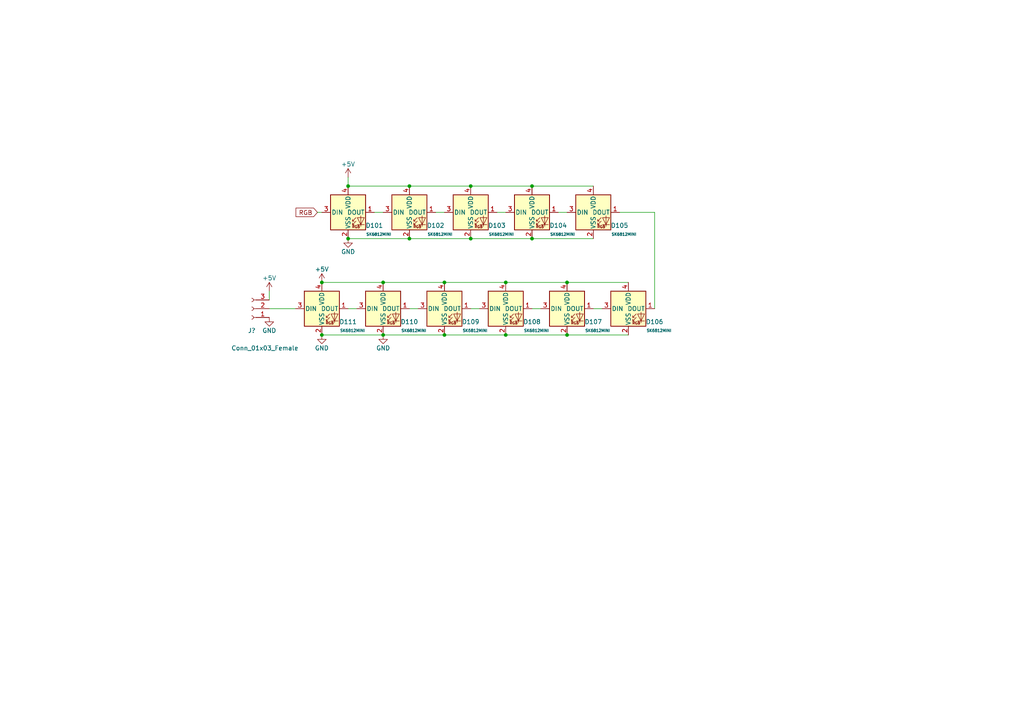
<source format=kicad_sch>
(kicad_sch (version 20230121) (generator eeschema)
  (paper "A4")
  (title_block (title "Hotswap Chiffre") (date "2023-07-07") (rev "0.2") (company "sporkus"))
  (lib_symbols
    (symbol "LED:SK6812MINI" (pin_names (offset 0.254))
      (property "Reference" "D" (at 5.08 5.715 0))
      (property "Value" "SK6812MINI" (at 1.27 -5.715 0))
      (symbol "SK6812MINI_0_0"
        (text "RGB" (at 2.286 -4.191 0) (effects (font (size 0.762 0.762))))
      )
      (symbol "SK6812MINI_0_1"
        (polyline (pts (xy 1.27 -3.556) (xy 1.778 -3.556)))
        (polyline (pts (xy 1.27 -2.54) (xy 1.778 -2.54)))
        (polyline (pts (xy 4.699 -3.556) (xy 2.667 -3.556)))
        (polyline (pts (xy 2.286 -2.54) (xy 1.27 -3.556) (xy 1.27 -3.048)))
        (polyline (pts (xy 2.286 -1.524) (xy 1.27 -2.54) (xy 1.27 -2.032)))
        (polyline (pts (xy 3.683 -1.016) (xy 3.683 -3.556) (xy 3.683 -4.064)))
        (polyline (pts (xy 4.699 -1.524) (xy 2.667 -1.524) (xy 3.683 -3.556) (xy 4.699 -1.524)))
        (rectangle (start 5.08 5.08) (end -5.08 -5.08) (stroke (width 0.254)) (fill (type background)))
      )
      (symbol "SK6812MINI_1_1"
        (pin output line (at 7.62 0 180) (length 2.54) (name "DOUT") (number "1"))
        (pin power_in line (at 0 -7.62 90) (length 2.54) (name "VSS") (number "2"))
        (pin input line (at -7.62 0 0) (length 2.54) (name "DIN") (number "3"))
        (pin power_in line (at 0 7.62 270) (length 2.54) (name "VDD") (number "4"))
      )
    )
    (symbol "LeChiffre-rescue:Conn_01x03_Female-Connector" (pin_names (offset 1.016) hide)
      (property "Reference" "J" (at 0 5.08 0))
      (property "Value" "Connector_Conn_01x03_Female" (at 0 -5.08 0))
      (symbol "Conn_01x03_Female-Connector_1_1"
        (arc (start 0 -2.032) (mid -0.5058 -2.54) (end 0 -3.048) (stroke (width 0.1524)))
        (polyline (pts (xy -1.27 -2.54) (xy -0.508 -2.54)) (stroke (width 0.1524)))
        (polyline (pts (xy -1.27 0) (xy -0.508 0)) (stroke (width 0.1524)))
        (polyline (pts (xy -1.27 2.54) (xy -0.508 2.54)) (stroke (width 0.1524)))
        (arc (start 0 0.508) (mid -0.5058 0) (end 0 -0.508) (stroke (width 0.1524)))
        (arc (start 0 3.048) (mid -0.5058 2.54) (end 0 2.032) (stroke (width 0.1524)))
        (pin passive line (at -5.08 -2.54 0) (length 3.81) (name "Pin_3") (number "1"))
        (pin passive line (at -5.08 0 0) (length 3.81) (name "Pin_2") (number "2"))
        (pin passive line (at -5.08 2.54 0) (length 3.81) (name "Pin_1") (number "3"))
      )
    )
    (symbol "power:+5V" (power) (pin_names (offset 0))
      (property "Value" "+5V" (at 0 3.556 0))
      (symbol "+5V_0_1"
        (polyline (pts (xy -0.762 1.27) (xy 0 2.54)))
        (polyline (pts (xy 0 0) (xy 0 2.54)))
        (polyline (pts (xy 0 2.54) (xy 0.762 1.27)))
      )
      (symbol "+5V_1_1"
        (pin power_in line (at 0 0 90) (length 0) hide (name "+5V") (number "1"))
      )
    )
    (symbol "power:GND" (power) (pin_names (offset 0))
      (property "Value" "GND" (at 0 -3.81 0))
      (symbol "GND_0_1"
        (polyline (pts (xy 0 0) (xy 0 -1.27) (xy 1.27 -1.27) (xy 0 -2.54) (xy -1.27 -1.27) (xy 0 -1.27)))
      )
      (symbol "GND_1_1"
        (pin power_in line (at 0 0 270) (length 0) hide (name "GND") (number "1"))
      )
    )
  )
  (junction (at 164.465 97.155))
  (junction (at 136.525 69.215))
  (junction (at 100.965 53.975))
  (junction (at 154.305 53.975))
  (junction (at 128.905 97.155))
  (junction (at 154.305 69.215))
  (junction (at 136.525 53.975))
  (junction (at 146.685 97.155))
  (junction (at 118.745 69.215))
  (junction (at 93.345 81.915))
  (junction (at 146.685 81.915))
  (junction (at 128.905 81.915))
  (junction (at 93.345 97.155))
  (junction (at 111.125 97.155))
  (junction (at 164.465 81.915))
  (junction (at 111.125 81.915))
  (junction (at 100.965 69.215))
  (junction (at 118.745 53.975))
  (wire (pts (xy 78.105 84.455) (xy 78.105 86.995)))
  (wire (pts (xy 174.625 89.535) (xy 172.085 89.535)))
  (wire (pts (xy 121.285 89.535) (xy 118.745 89.535)))
  (wire (pts (xy 179.705 61.595) (xy 189.865 61.595)))
  (wire (pts (xy 108.585 61.595) (xy 111.125 61.595)))
  (wire (pts (xy 118.745 53.975) (xy 136.525 53.975)))
  (wire (pts (xy 164.465 97.155) (xy 182.245 97.155)))
  (wire (pts (xy 189.865 61.595) (xy 189.865 89.535)))
  (wire (pts (xy 100.965 69.215) (xy 118.745 69.215)))
  (wire (pts (xy 103.505 89.535) (xy 100.965 89.535)))
  (wire (pts (xy 128.905 97.155) (xy 146.685 97.155)))
  (wire (pts (xy 161.925 61.595) (xy 164.465 61.595)))
  (wire (pts (xy 100.965 53.975) (xy 118.745 53.975)))
  (wire (pts (xy 126.365 61.595) (xy 128.905 61.595)))
  (wire (pts (xy 144.145 61.595) (xy 146.685 61.595)))
  (wire (pts (xy 118.745 69.215) (xy 136.525 69.215)))
  (wire (pts (xy 136.525 53.975) (xy 154.305 53.975)))
  (wire (pts (xy 156.845 89.535) (xy 154.305 89.535)))
  (wire (pts (xy 78.105 89.535) (xy 85.725 89.535)))
  (wire (pts (xy 146.685 97.155) (xy 164.465 97.155)))
  (wire (pts (xy 136.525 69.215) (xy 154.305 69.215)))
  (wire (pts (xy 164.465 81.915) (xy 182.245 81.915)))
  (wire (pts (xy 146.685 81.915) (xy 164.465 81.915)))
  (wire (pts (xy 93.345 81.915) (xy 111.125 81.915)))
  (wire (pts (xy 154.305 69.215) (xy 172.085 69.215)))
  (wire (pts (xy 93.345 97.155) (xy 111.125 97.155)))
  (wire (pts (xy 111.125 97.155) (xy 128.905 97.155)))
  (wire (pts (xy 92.075 61.595) (xy 93.345 61.595)))
  (wire (pts (xy 111.125 81.915) (xy 128.905 81.915)))
  (wire (pts (xy 100.965 51.435) (xy 100.965 53.975)))
  (wire (pts (xy 154.305 53.975) (xy 172.085 53.975)))
  (wire (pts (xy 139.065 89.535) (xy 136.525 89.535)))
  (wire (pts (xy 128.905 81.915) (xy 146.685 81.915)))
  (global_label "RGB" (shape input) (at 92.075 61.595 180) (property "Intersheetrefs" "${INTERSHEET_REFS}" (effects hide)))
  (symbol (lib_id "LeChiffre-rescue:Conn_01x03_Female-Connector") (at 73.025 89.535 0) (mirror y) (unit 1)
    (property "Reference" "J?" (at 73.025 95.885 0))
    (property "Value" "Conn_01x03_Female" (at 76.835 100.965 0))
    (property "Footprint" "Connector_PinSocket_2.54mm:PinSocket_1x03_P2.54mm_Vertical" (effects hide))
    (instances (project "le_capybara" (path "" (reference "J?") (unit 1)) (path "" (reference "J101") (unit 1))) (project "LeChiffre" (path "" (reference "J?") (unit 1))))
  )
  (symbol (lib_id "LED:SK6812MINI") (at 146.685 89.535 0) (unit 1)
    (property "Reference" "D108" (at 154.305 93.345 0))
    (property "Value" "SK6812MINI" (at 155.575 95.885 0) (effects (font (size 0.8 0.8))))
    (property "Footprint" "modified_footrprints:LED_SK6812MINI_PLCC4_3.5x3.5mm_P1.75mm" (effects hide))
    (property "Datasheet" "https://cdn-shop.adafruit.com/product-files/2686/SK6812MINI_REV.01-1-2.pdf" (effects hide))
    (property "JlcRotOffset" "14" (effects hide))
  )
  (symbol (lib_id "LED:SK6812MINI") (at 136.525 61.595 0) (unit 1)
    (property "Reference" "D103" (at 144.145 65.405 0))
    (property "Value" "SK6812MINI" (at 145.415 67.945 0) (effects (font (size 0.8 0.8))))
    (property "Footprint" "modified_footrprints:LED_SK6812MINI_PLCC4_3.5x3.5mm_P1.75mm" (effects hide))
    (property "Datasheet" "https://cdn-shop.adafruit.com/product-files/2686/SK6812MINI_REV.01-1-2.pdf" (effects hide))
    (property "JlcRotOffset" "-14" (effects hide))
  )
  (symbol (lib_id "power:GND") (at 78.105 92.075 0) (mirror y) (unit 1)
    (property "Reference" "#PWR?" (effects hide))
    (property "Value" "GND" (at 78.105 95.885 0))
    (instances (project "le_capybara" (path "" (reference "#PWR?") (unit 1)) (path "" (reference "#PWR0105") (unit 1))) (project "LeChiffre" (path "" (reference "#PWR?") (unit 1))))
  )
  (symbol (lib_id "LED:SK6812MINI") (at 154.305 61.595 0) (unit 1)
    (property "Reference" "D104" (at 161.925 65.405 0))
    (property "Value" "SK6812MINI" (at 163.195 67.945 0) (effects (font (size 0.8 0.8))))
    (property "Footprint" "modified_footrprints:LED_SK6812MINI_PLCC4_3.5x3.5mm_P1.75mm" (effects hide))
    (property "Datasheet" "https://cdn-shop.adafruit.com/product-files/2686/SK6812MINI_REV.01-1-2.pdf" (effects hide))
    (property "JlcRotOffset" "166" (effects hide))
  )
  (symbol (lib_id "LED:SK6812MINI") (at 93.345 89.535 0) (unit 1)
    (property "Reference" "D111" (at 100.965 93.345 0))
    (property "Value" "SK6812MINI" (at 102.235 95.885 0) (effects (font (size 0.8 0.8))))
    (property "Footprint" "modified_footrprints:LED_SK6812MINI_PLCC4_3.5x3.5mm_P1.75mm" (effects hide))
    (property "Datasheet" "https://cdn-shop.adafruit.com/product-files/2686/SK6812MINI_REV.01-1-2.pdf" (effects hide))
    (property "JlcRotOffset" "-14" (effects hide))
  )
  (symbol (lib_id "power:+5V") (at 93.345 81.915 0) (unit 1)
    (property "Reference" "#PWR0103" (effects hide))
    (property "Value" "+5V" (at 93.345 78.105 0))
  )
  (symbol (lib_id "power:+5V") (at 100.965 51.435 0) (unit 1)
    (property "Reference" "#PWR0101" (effects hide))
    (property "Value" "+5V" (at 100.965 47.625 0))
  )
  (symbol (lib_id "power:GND") (at 100.965 69.215 0) (mirror y) (unit 1)
    (property "Reference" "#PWR?" (effects hide))
    (property "Value" "GND" (at 100.965 73.025 0))
    (instances (project "le_capybara" (path "" (reference "#PWR?") (unit 1)) (path "" (reference "#PWR0102") (unit 1))) (project "LeChiffre" (path "" (reference "#PWR?") (unit 1))))
  )
  (symbol (lib_id "power:+5V") (at 78.105 84.455 0) (unit 1)
    (property "Reference" "#PWR0104" (effects hide))
    (property "Value" "+5V" (at 78.105 80.645 0))
  )
  (symbol (lib_id "LED:SK6812MINI") (at 164.465 89.535 0) (unit 1)
    (property "Reference" "D107" (at 172.085 93.345 0))
    (property "Value" "SK6812MINI" (at 173.355 95.885 0) (effects (font (size 0.8 0.8))))
    (property "Footprint" "modified_footrprints:LED_SK6812MINI_PLCC4_3.5x3.5mm_P1.75mm" (effects hide))
    (property "Datasheet" "https://cdn-shop.adafruit.com/product-files/2686/SK6812MINI_REV.01-1-2.pdf" (effects hide))
    (property "JlcRotOffset" "194" (effects hide))
  )
  (symbol (lib_id "LED:SK6812MINI") (at 111.125 89.535 0) (unit 1)
    (property "Reference" "D110" (at 118.745 93.345 0))
    (property "Value" "SK6812MINI" (at 120.015 95.885 0) (effects (font (size 0.8 0.8))))
    (property "Footprint" "modified_footrprints:LED_SK6812MINI_PLCC4_3.5x3.5mm_P1.75mm" (effects hide))
    (property "Datasheet" "https://cdn-shop.adafruit.com/product-files/2686/SK6812MINI_REV.01-1-2.pdf" (effects hide))
    (property "JlcRotOffset" "180" (effects hide))
  )
  (symbol (lib_id "power:GND") (at 93.345 97.155 0) (mirror y) (unit 1)
    (property "Reference" "#PWR?" (effects hide))
    (property "Value" "GND" (at 93.345 100.965 0))
    (instances (project "le_capybara" (path "" (reference "#PWR?") (unit 1)) (path "" (reference "#PWR0106") (unit 1))) (project "LeChiffre" (path "" (reference "#PWR?") (unit 1))))
  )
  (symbol (lib_id "power:GND") (at 111.125 97.155 0) (mirror y) (unit 1)
    (property "Reference" "#PWR?" (effects hide))
    (property "Value" "GND" (at 111.125 100.965 0))
    (instances (project "le_capybara" (path "" (reference "#PWR?") (unit 1)) (path "" (reference "#PWR0107") (unit 1))) (project "LeChiffre" (path "" (reference "#PWR?") (unit 1))))
  )
  (symbol (lib_id "LED:SK6812MINI") (at 118.745 61.595 0) (unit 1)
    (property "Reference" "D102" (at 126.365 65.405 0))
    (property "Value" "SK6812MINI" (at 127.635 67.945 0) (effects (font (size 0.8 0.8))))
    (property "Footprint" "modified_footrprints:LED_SK6812MINI_PLCC4_3.5x3.5mm_P1.75mm" (effects hide))
    (property "Datasheet" "https://cdn-shop.adafruit.com/product-files/2686/SK6812MINI_REV.01-1-2.pdf" (effects hide))
  )
  (symbol (lib_id "LED:SK6812MINI") (at 182.245 89.535 0) (unit 1)
    (property "Reference" "D106" (at 189.865 93.345 0))
    (property "Value" "SK6812MINI" (at 191.135 95.885 0) (effects (font (size 0.8 0.8))))
    (property "Footprint" "modified_footrprints:LED_SK6812MINI_PLCC4_3.5x3.5mm_P1.75mm" (effects hide))
    (property "Datasheet" "https://cdn-shop.adafruit.com/product-files/2686/SK6812MINI_REV.01-1-2.pdf" (effects hide))
    (property "JlcRotOffset" "14" (effects hide))
  )
  (symbol (lib_id "LED:SK6812MINI") (at 100.965 61.595 0) (unit 1)
    (property "Reference" "D101" (at 108.585 65.405 0))
    (property "Value" "SK6812MINI" (at 109.855 67.945 0) (effects (font (size 0.8 0.8))))
    (property "Footprint" "modified_footrprints:LED_SK6812MINI_PLCC4_3.5x3.5mm_P1.75mm" (effects hide))
    (property "Datasheet" "https://cdn-shop.adafruit.com/product-files/2686/SK6812MINI_REV.01-1-2.pdf" (effects hide))
  )
  (symbol (lib_id "LED:SK6812MINI") (at 172.085 61.595 0) (unit 1)
    (property "Reference" "D105" (at 179.705 65.405 0))
    (property "Value" "SK6812MINI" (at 180.975 67.945 0) (effects (font (size 0.8 0.8))))
    (property "Footprint" "modified_footrprints:LED_SK6812MINI_PLCC4_3.5x3.5mm_P1.75mm" (effects hide))
    (property "Datasheet" "https://cdn-shop.adafruit.com/product-files/2686/SK6812MINI_REV.01-1-2.pdf" (effects hide))
    (property "JlcRotOffset" "-14" (effects hide))
  )
  (symbol (lib_id "LED:SK6812MINI") (at 128.905 89.535 0) (unit 1)
    (property "Reference" "D109" (at 136.525 93.345 0))
    (property "Value" "SK6812MINI" (at 137.795 95.885 0) (effects (font (size 0.8 0.8))))
    (property "Footprint" "modified_footrprints:LED_SK6812MINI_PLCC4_3.5x3.5mm_P1.75mm" (effects hide))
    (property "Datasheet" "https://cdn-shop.adafruit.com/product-files/2686/SK6812MINI_REV.01-1-2.pdf" (effects hide))
    (property "JlcRotOffset" "14" (effects hide))
  )
)
</source>
